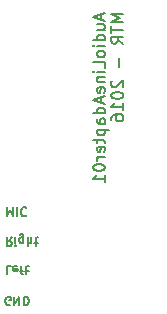
<source format=gbo>
G04 #@! TF.FileFunction,Legend,Bot*
%FSLAX46Y46*%
G04 Gerber Fmt 4.6, Leading zero omitted, Abs format (unit mm)*
G04 Created by KiCad (PCBNEW 4.0.2-stable) date 6/3/2016 7:26:30 PM*
%MOMM*%
G01*
G04 APERTURE LIST*
%ADD10C,0.150000*%
%ADD11C,0.187500*%
%ADD12C,2.248980*%
%ADD13C,1.950000*%
%ADD14C,2.129600*%
%ADD15C,3.450000*%
%ADD16R,1.650000X1.650000*%
%ADD17C,1.650000*%
G04 APERTURE END LIST*
D10*
D11*
X5108572Y3595000D02*
X5037143Y3559286D01*
X4930000Y3559286D01*
X4822857Y3595000D01*
X4751429Y3666429D01*
X4715714Y3737857D01*
X4680000Y3880714D01*
X4680000Y3987857D01*
X4715714Y4130714D01*
X4751429Y4202143D01*
X4822857Y4273571D01*
X4930000Y4309286D01*
X5001429Y4309286D01*
X5108572Y4273571D01*
X5144286Y4237857D01*
X5144286Y3987857D01*
X5001429Y3987857D01*
X5465714Y4309286D02*
X5465714Y3559286D01*
X5894286Y4309286D01*
X5894286Y3559286D01*
X6251428Y4309286D02*
X6251428Y3559286D01*
X6430000Y3559286D01*
X6537143Y3595000D01*
X6608571Y3666429D01*
X6644286Y3737857D01*
X6680000Y3880714D01*
X6680000Y3987857D01*
X6644286Y4130714D01*
X6608571Y4202143D01*
X6537143Y4273571D01*
X6430000Y4309286D01*
X6251428Y4309286D01*
X5162143Y6929286D02*
X4805000Y6929286D01*
X4805000Y6179286D01*
X5697858Y6893571D02*
X5626429Y6929286D01*
X5483572Y6929286D01*
X5412143Y6893571D01*
X5376429Y6822143D01*
X5376429Y6536429D01*
X5412143Y6465000D01*
X5483572Y6429286D01*
X5626429Y6429286D01*
X5697858Y6465000D01*
X5733572Y6536429D01*
X5733572Y6607857D01*
X5376429Y6679286D01*
X5947858Y6429286D02*
X6233572Y6429286D01*
X6055000Y6929286D02*
X6055000Y6286429D01*
X6090715Y6215000D01*
X6162143Y6179286D01*
X6233572Y6179286D01*
X6376429Y6429286D02*
X6662143Y6429286D01*
X6483571Y6179286D02*
X6483571Y6822143D01*
X6519286Y6893571D01*
X6590714Y6929286D01*
X6662143Y6929286D01*
X5230715Y9339286D02*
X4980715Y8982143D01*
X4802143Y9339286D02*
X4802143Y8589286D01*
X5087858Y8589286D01*
X5159286Y8625000D01*
X5195001Y8660714D01*
X5230715Y8732143D01*
X5230715Y8839286D01*
X5195001Y8910714D01*
X5159286Y8946429D01*
X5087858Y8982143D01*
X4802143Y8982143D01*
X5552143Y9339286D02*
X5552143Y8839286D01*
X5552143Y8589286D02*
X5516429Y8625000D01*
X5552143Y8660714D01*
X5587858Y8625000D01*
X5552143Y8589286D01*
X5552143Y8660714D01*
X6230715Y8839286D02*
X6230715Y9446429D01*
X6195001Y9517857D01*
X6159286Y9553571D01*
X6087858Y9589286D01*
X5980715Y9589286D01*
X5909286Y9553571D01*
X6230715Y9303571D02*
X6159286Y9339286D01*
X6016429Y9339286D01*
X5945001Y9303571D01*
X5909286Y9267857D01*
X5873572Y9196429D01*
X5873572Y8982143D01*
X5909286Y8910714D01*
X5945001Y8875000D01*
X6016429Y8839286D01*
X6159286Y8839286D01*
X6230715Y8875000D01*
X6587857Y9339286D02*
X6587857Y8589286D01*
X6909286Y9339286D02*
X6909286Y8946429D01*
X6873572Y8875000D01*
X6802143Y8839286D01*
X6695000Y8839286D01*
X6623572Y8875000D01*
X6587857Y8910714D01*
X7159286Y8839286D02*
X7445000Y8839286D01*
X7266428Y8589286D02*
X7266428Y9232143D01*
X7302143Y9303571D01*
X7373571Y9339286D01*
X7445000Y9339286D01*
X4826428Y11849286D02*
X4826428Y11099286D01*
X5076428Y11635000D01*
X5326428Y11099286D01*
X5326428Y11849286D01*
X5683571Y11849286D02*
X5683571Y11099286D01*
X6469286Y11777857D02*
X6433572Y11813571D01*
X6326429Y11849286D01*
X6255000Y11849286D01*
X6147857Y11813571D01*
X6076429Y11742143D01*
X6040714Y11670714D01*
X6005000Y11527857D01*
X6005000Y11420714D01*
X6040714Y11277857D01*
X6076429Y11206429D01*
X6147857Y11135000D01*
X6255000Y11099286D01*
X6326429Y11099286D01*
X6433572Y11135000D01*
X6469286Y11170714D01*
D10*
X12841667Y28249524D02*
X12841667Y27773333D01*
X13127381Y28344762D02*
X12127381Y28011429D01*
X13127381Y27678095D01*
X12460714Y26916190D02*
X13127381Y26916190D01*
X12460714Y27344762D02*
X12984524Y27344762D01*
X13079762Y27297143D01*
X13127381Y27201905D01*
X13127381Y27059047D01*
X13079762Y26963809D01*
X13032143Y26916190D01*
X13127381Y26011428D02*
X12127381Y26011428D01*
X13079762Y26011428D02*
X13127381Y26106666D01*
X13127381Y26297143D01*
X13079762Y26392381D01*
X13032143Y26440000D01*
X12936905Y26487619D01*
X12651190Y26487619D01*
X12555952Y26440000D01*
X12508333Y26392381D01*
X12460714Y26297143D01*
X12460714Y26106666D01*
X12508333Y26011428D01*
X13127381Y25535238D02*
X12460714Y25535238D01*
X12127381Y25535238D02*
X12175000Y25582857D01*
X12222619Y25535238D01*
X12175000Y25487619D01*
X12127381Y25535238D01*
X12222619Y25535238D01*
X13127381Y24916191D02*
X13079762Y25011429D01*
X13032143Y25059048D01*
X12936905Y25106667D01*
X12651190Y25106667D01*
X12555952Y25059048D01*
X12508333Y25011429D01*
X12460714Y24916191D01*
X12460714Y24773333D01*
X12508333Y24678095D01*
X12555952Y24630476D01*
X12651190Y24582857D01*
X12936905Y24582857D01*
X13032143Y24630476D01*
X13079762Y24678095D01*
X13127381Y24773333D01*
X13127381Y24916191D01*
X13127381Y23678095D02*
X13127381Y24154286D01*
X12127381Y24154286D01*
X13127381Y23344762D02*
X12460714Y23344762D01*
X12127381Y23344762D02*
X12175000Y23392381D01*
X12222619Y23344762D01*
X12175000Y23297143D01*
X12127381Y23344762D01*
X12222619Y23344762D01*
X12460714Y22868572D02*
X13127381Y22868572D01*
X12555952Y22868572D02*
X12508333Y22820953D01*
X12460714Y22725715D01*
X12460714Y22582857D01*
X12508333Y22487619D01*
X12603571Y22440000D01*
X13127381Y22440000D01*
X13079762Y21582857D02*
X13127381Y21678095D01*
X13127381Y21868572D01*
X13079762Y21963810D01*
X12984524Y22011429D01*
X12603571Y22011429D01*
X12508333Y21963810D01*
X12460714Y21868572D01*
X12460714Y21678095D01*
X12508333Y21582857D01*
X12603571Y21535238D01*
X12698810Y21535238D01*
X12794048Y22011429D01*
X12841667Y21154286D02*
X12841667Y20678095D01*
X13127381Y21249524D02*
X12127381Y20916191D01*
X13127381Y20582857D01*
X13127381Y19820952D02*
X12127381Y19820952D01*
X13079762Y19820952D02*
X13127381Y19916190D01*
X13127381Y20106667D01*
X13079762Y20201905D01*
X13032143Y20249524D01*
X12936905Y20297143D01*
X12651190Y20297143D01*
X12555952Y20249524D01*
X12508333Y20201905D01*
X12460714Y20106667D01*
X12460714Y19916190D01*
X12508333Y19820952D01*
X13127381Y18916190D02*
X12603571Y18916190D01*
X12508333Y18963809D01*
X12460714Y19059047D01*
X12460714Y19249524D01*
X12508333Y19344762D01*
X13079762Y18916190D02*
X13127381Y19011428D01*
X13127381Y19249524D01*
X13079762Y19344762D01*
X12984524Y19392381D01*
X12889286Y19392381D01*
X12794048Y19344762D01*
X12746429Y19249524D01*
X12746429Y19011428D01*
X12698810Y18916190D01*
X12460714Y18440000D02*
X13460714Y18440000D01*
X12508333Y18440000D02*
X12460714Y18344762D01*
X12460714Y18154285D01*
X12508333Y18059047D01*
X12555952Y18011428D01*
X12651190Y17963809D01*
X12936905Y17963809D01*
X13032143Y18011428D01*
X13079762Y18059047D01*
X13127381Y18154285D01*
X13127381Y18344762D01*
X13079762Y18440000D01*
X12460714Y17678095D02*
X12460714Y17297143D01*
X12127381Y17535238D02*
X12984524Y17535238D01*
X13079762Y17487619D01*
X13127381Y17392381D01*
X13127381Y17297143D01*
X13079762Y16582856D02*
X13127381Y16678094D01*
X13127381Y16868571D01*
X13079762Y16963809D01*
X12984524Y17011428D01*
X12603571Y17011428D01*
X12508333Y16963809D01*
X12460714Y16868571D01*
X12460714Y16678094D01*
X12508333Y16582856D01*
X12603571Y16535237D01*
X12698810Y16535237D01*
X12794048Y17011428D01*
X13127381Y16106666D02*
X12460714Y16106666D01*
X12651190Y16106666D02*
X12555952Y16059047D01*
X12508333Y16011428D01*
X12460714Y15916190D01*
X12460714Y15820951D01*
X12127381Y15297142D02*
X12127381Y15201903D01*
X12175000Y15106665D01*
X12222619Y15059046D01*
X12317857Y15011427D01*
X12508333Y14963808D01*
X12746429Y14963808D01*
X12936905Y15011427D01*
X13032143Y15059046D01*
X13079762Y15106665D01*
X13127381Y15201903D01*
X13127381Y15297142D01*
X13079762Y15392380D01*
X13032143Y15439999D01*
X12936905Y15487618D01*
X12746429Y15535237D01*
X12508333Y15535237D01*
X12317857Y15487618D01*
X12222619Y15439999D01*
X12175000Y15392380D01*
X12127381Y15297142D01*
X13127381Y14011427D02*
X13127381Y14582856D01*
X13127381Y14297142D02*
X12127381Y14297142D01*
X12270238Y14392380D01*
X12365476Y14487618D01*
X12413095Y14582856D01*
X14677381Y28201905D02*
X13677381Y28201905D01*
X14391667Y27868571D01*
X13677381Y27535238D01*
X14677381Y27535238D01*
X13677381Y27201905D02*
X13677381Y26630476D01*
X14677381Y26916191D02*
X13677381Y26916191D01*
X14677381Y25725714D02*
X14201190Y26059048D01*
X14677381Y26297143D02*
X13677381Y26297143D01*
X13677381Y25916190D01*
X13725000Y25820952D01*
X13772619Y25773333D01*
X13867857Y25725714D01*
X14010714Y25725714D01*
X14105952Y25773333D01*
X14153571Y25820952D01*
X14201190Y25916190D01*
X14201190Y26297143D01*
X14296429Y24535238D02*
X14296429Y23773333D01*
X13772619Y22582857D02*
X13725000Y22535238D01*
X13677381Y22440000D01*
X13677381Y22201904D01*
X13725000Y22106666D01*
X13772619Y22059047D01*
X13867857Y22011428D01*
X13963095Y22011428D01*
X14105952Y22059047D01*
X14677381Y22630476D01*
X14677381Y22011428D01*
X13677381Y21392381D02*
X13677381Y21297142D01*
X13725000Y21201904D01*
X13772619Y21154285D01*
X13867857Y21106666D01*
X14058333Y21059047D01*
X14296429Y21059047D01*
X14486905Y21106666D01*
X14582143Y21154285D01*
X14629762Y21201904D01*
X14677381Y21297142D01*
X14677381Y21392381D01*
X14629762Y21487619D01*
X14582143Y21535238D01*
X14486905Y21582857D01*
X14296429Y21630476D01*
X14058333Y21630476D01*
X13867857Y21582857D01*
X13772619Y21535238D01*
X13725000Y21487619D01*
X13677381Y21392381D01*
X14677381Y20106666D02*
X14677381Y20678095D01*
X14677381Y20392381D02*
X13677381Y20392381D01*
X13820238Y20487619D01*
X13915476Y20582857D01*
X13963095Y20678095D01*
X13677381Y19249523D02*
X13677381Y19440000D01*
X13725000Y19535238D01*
X13772619Y19582857D01*
X13915476Y19678095D01*
X14105952Y19725714D01*
X14486905Y19725714D01*
X14582143Y19678095D01*
X14629762Y19630476D01*
X14677381Y19535238D01*
X14677381Y19344761D01*
X14629762Y19249523D01*
X14582143Y19201904D01*
X14486905Y19154285D01*
X14248810Y19154285D01*
X14153571Y19201904D01*
X14105952Y19249523D01*
X14058333Y19344761D01*
X14058333Y19535238D01*
X14105952Y19630476D01*
X14153571Y19678095D01*
X14248810Y19725714D01*
X7834490Y27830000D02*
G75*
G03X7834490Y27830000I-924490J0D01*
G01*
X17994490Y27830000D02*
G75*
G03X17994490Y27830000I-924490J0D01*
G01*
X18004490Y24980000D02*
G75*
G03X18004490Y24980000I-924490J0D01*
G01*
X7844490Y24980000D02*
G75*
G03X7844490Y24980000I-924490J0D01*
G01*
X18014490Y22150000D02*
G75*
G03X18014490Y22150000I-924490J0D01*
G01*
X7854490Y22150000D02*
G75*
G03X7854490Y22150000I-924490J0D01*
G01*
%LPC*%
D12*
X6910000Y27830000D03*
X17070000Y27830000D03*
D13*
X10590000Y6275000D03*
X10590000Y13275000D03*
D14*
X2960000Y8995000D03*
X2960000Y6455000D03*
X2960000Y3915000D03*
X2960000Y11535000D03*
D12*
X17080000Y24980000D03*
X6920000Y24980000D03*
X17090000Y22150000D03*
X6930000Y22150000D03*
D15*
X18320000Y12465000D03*
D16*
X2960000Y14460000D03*
D17*
X2960000Y19460000D03*
D16*
X3120000Y27830000D03*
D17*
X3120000Y22830000D03*
M02*

</source>
